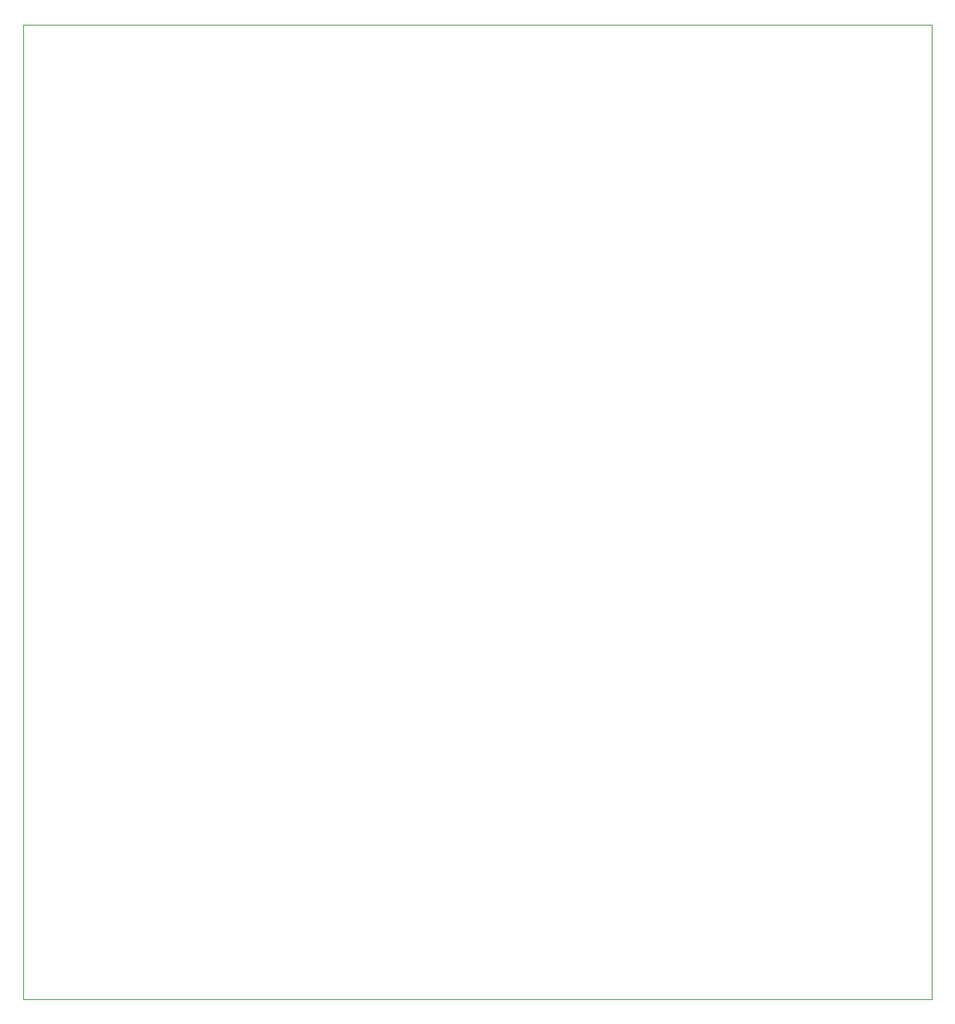
<source format=gm1>
%TF.GenerationSoftware,KiCad,Pcbnew,7.0.1*%
%TF.CreationDate,2023-04-23T09:13:03+12:00*%
%TF.ProjectId,Cocktail PCB,436f636b-7461-4696-9c20-5043422e6b69,rev?*%
%TF.SameCoordinates,Original*%
%TF.FileFunction,Profile,NP*%
%FSLAX46Y46*%
G04 Gerber Fmt 4.6, Leading zero omitted, Abs format (unit mm)*
G04 Created by KiCad (PCBNEW 7.0.1) date 2023-04-23 09:13:03*
%MOMM*%
%LPD*%
G01*
G04 APERTURE LIST*
%TA.AperFunction,Profile*%
%ADD10C,0.100000*%
%TD*%
G04 APERTURE END LIST*
D10*
X102616000Y-28448000D02*
X205232000Y-28448000D01*
X205232000Y-138430000D01*
X102616000Y-138430000D01*
X102616000Y-28448000D01*
M02*

</source>
